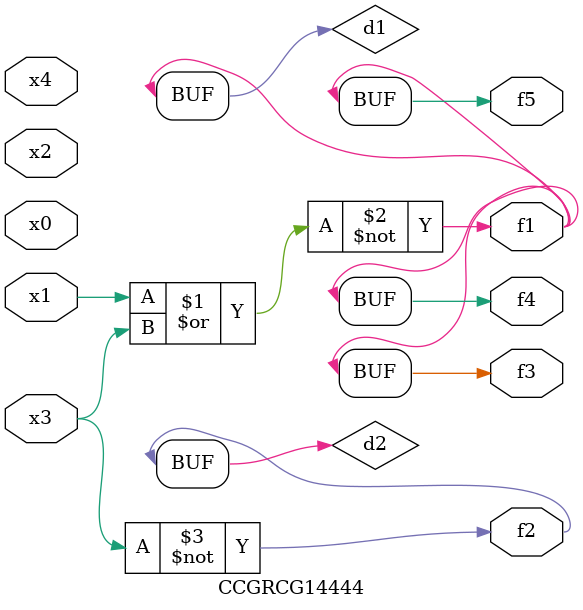
<source format=v>
module CCGRCG14444(
	input x0, x1, x2, x3, x4,
	output f1, f2, f3, f4, f5
);

	wire d1, d2;

	nor (d1, x1, x3);
	not (d2, x3);
	assign f1 = d1;
	assign f2 = d2;
	assign f3 = d1;
	assign f4 = d1;
	assign f5 = d1;
endmodule

</source>
